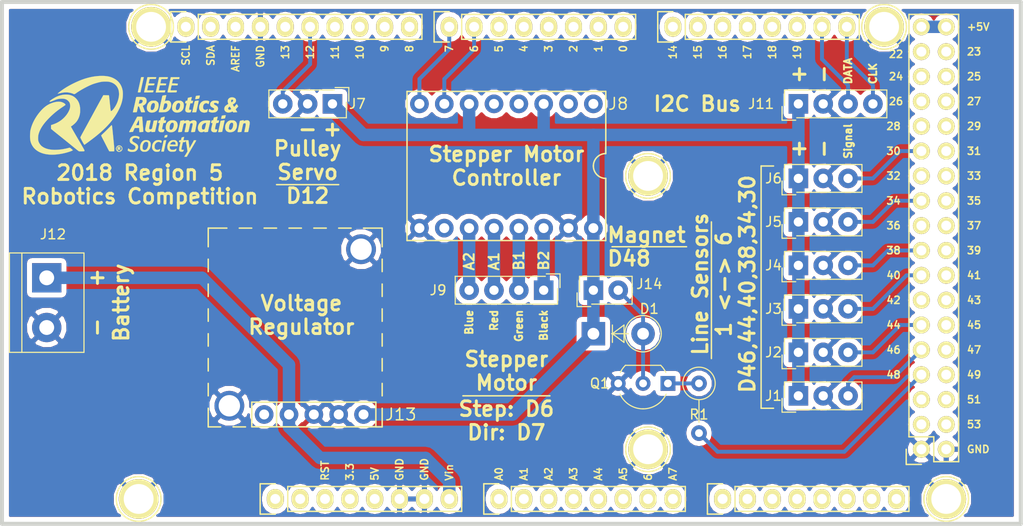
<source format=kicad_pcb>
(kicad_pcb (version 4) (host pcbnew 4.0.7)
  (title_block (date "mar. 31 mars 2015"))
  (layers (0 F.Cu signal) (31 B.Cu signal) (34 B.Paste user) (35 F.Paste user) (36 B.SilkS user) (37 F.SilkS user) (38 B.Mask user) (39 F.Mask user) (44 Edge.Cuts user))
  (net 0 "")
  (net 1 GND)
  (net 2 "/52(SCK)")
  (net 3 "/53(SS)")
  (net 4 "/50(MISO)")
  (net 5 "/51(MOSI)")
  (net 6 /48)
  (net 7 /49)
  (net 8 /46)
  (net 9 /47)
  (net 10 /44)
  (net 11 /45)
  (net 12 /42)
  (net 13 /43)
  (net 14 /40)
  (net 15 /41)
  (net 16 /38)
  (net 17 /39)
  (net 18 /36)
  (net 19 /37)
  (net 20 /34)
  (net 21 /35)
  (net 22 /32)
  (net 23 /33)
  (net 24 /30)
  (net 25 /31)
  (net 26 /28)
  (net 27 /29)
  (net 28 /26)
  (net 29 /27)
  (net 30 /24)
  (net 31 /25)
  (net 32 /22)
  (net 33 /23)
  (net 34 +5V)
  (net 35 /IOREF)
  (net 36 /Reset)
  (net 37 /A0)
  (net 38 /A1)
  (net 39 /A2)
  (net 40 /A3)
  (net 41 /A4)
  (net 42 /A5)
  (net 43 /A6)
  (net 44 /A7)
  (net 45 /A8)
  (net 46 /A9)
  (net 47 /A10)
  (net 48 /A11)
  (net 49 /A12)
  (net 50 /A13)
  (net 51 /A14)
  (net 52 /A15)
  (net 53 /SCL)
  (net 54 /SDA)
  (net 55 /AREF)
  (net 56 "/13(**)")
  (net 57 "/12(**)")
  (net 58 "/11(**)")
  (net 59 "/10(**)")
  (net 60 "/9(**)")
  (net 61 "/8(**)")
  (net 62 "/7(**)")
  (net 63 "/6(**)")
  (net 64 "/5(**)")
  (net 65 "/4(**)")
  (net 66 "/3(**)")
  (net 67 "/2(**)")
  (net 68 "/20(SDA)")
  (net 69 "/21(SCL)")
  (net 70 "Net-(P2-Pad1)")
  (net 71 +3V3)
  (net 72 "/1(Tx0)")
  (net 73 "/0(Rx0)")
  (net 74 "/14(Tx3)")
  (net 75 "/15(Rx3)")
  (net 76 "/16(Tx2)")
  (net 77 "/17(Rx2)")
  (net 78 "/18(Tx1)")
  (net 79 "/19(Rx1)")
  (net 80 "Net-(J8-Pad1)")
  (net 81 "Net-(J8-Pad2)")
  (net 82 "Net-(J8-Pad4)")
  (net 83 "Net-(J8-Pad5)")
  (net 84 "Net-(J8-Pad10)")
  (net 85 +BATT)
  (net 86 "Net-(J13-Pad1)")
  (net 87 /B+)
  (net 88 /B-)
  (net 89 /A-)
  (net 90 /A+)
  (net 91 +5VP)
  (net 92 "Net-(Q1-Pad1)")
  (net 93 "Net-(D1-Pad2)")
  (module Socket_Arduino_Mega:Socket_Strip_Arduino_2x18 (layer F.Cu) (at 197.358 114.046 90)
    (fp_text reference P1 hide)
    (fp_text value Digital)
    (pad 1 thru_hole circle (at 0 0 90) (size 1.7272 1.7272) (drill 1.016) (layers *.Cu *.Mask F.SilkS) (net 1 GND))
    (pad 2 thru_hole oval (at 0 2.54 90) (size 1.7272 1.7272) (drill 1.016) (layers *.Cu *.Mask F.SilkS) (net 1 GND))
    (pad 3 thru_hole oval (at 2.54 0 90) (size 1.7272 1.7272) (drill 1.016) (layers *.Cu *.Mask F.SilkS) (net 2 "/52(SCK)"))
    (pad 4 thru_hole oval (at 2.54 2.54 90) (size 1.7272 1.7272) (drill 1.016) (layers *.Cu *.Mask F.SilkS) (net 3 "/53(SS)"))
    (pad 5 thru_hole oval (at 5.08 0 90) (size 1.7272 1.7272) (drill 1.016) (layers *.Cu *.Mask F.SilkS) (net 4 "/50(MISO)"))
    (pad 6 thru_hole oval (at 5.08 2.54 90) (size 1.7272 1.7272) (drill 1.016) (layers *.Cu *.Mask F.SilkS) (net 5 "/51(MOSI)"))
    (pad 7 thru_hole oval (at 7.62 0 90) (size 1.7272 1.7272) (drill 1.016) (layers *.Cu *.Mask F.SilkS) (net 6 /48))
    (pad 8 thru_hole oval (at 7.62 2.54 90) (size 1.7272 1.7272) (drill 1.016) (layers *.Cu *.Mask F.SilkS) (net 7 /49))
    (pad 9 thru_hole oval (at 10.16 0 90) (size 1.7272 1.7272) (drill 1.016) (layers *.Cu *.Mask F.SilkS) (net 8 /46))
    (pad 10 thru_hole oval (at 10.16 2.54 90) (size 1.7272 1.7272) (drill 1.016) (layers *.Cu *.Mask F.SilkS) (net 9 /47))
    (pad 11 thru_hole oval (at 12.7 0 90) (size 1.7272 1.7272) (drill 1.016) (layers *.Cu *.Mask F.SilkS) (net 10 /44))
    (pad 12 thru_hole oval (at 12.7 2.54 90) (size 1.7272 1.7272) (drill 1.016) (layers *.Cu *.Mask F.SilkS) (net 11 /45))
    (pad 13 thru_hole oval (at 15.24 0 90) (size 1.7272 1.7272) (drill 1.016) (layers *.Cu *.Mask F.SilkS) (net 12 /42))
    (pad 14 thru_hole oval (at 15.24 2.54 90) (size 1.7272 1.7272) (drill 1.016) (layers *.Cu *.Mask F.SilkS) (net 13 /43))
    (pad 15 thru_hole oval (at 17.78 0 90) (size 1.7272 1.7272) (drill 1.016) (layers *.Cu *.Mask F.SilkS) (net 14 /40))
    (pad 16 thru_hole oval (at 17.78 2.54 90) (size 1.7272 1.7272) (drill 1.016) (layers *.Cu *.Mask F.SilkS) (net 15 /41))
    (pad 17 thru_hole oval (at 20.32 0 90) (size 1.7272 1.7272) (drill 1.016) (layers *.Cu *.Mask F.SilkS) (net 16 /38))
    (pad 18 thru_hole oval (at 20.32 2.54 90) (size 1.7272 1.7272) (drill 1.016) (layers *.Cu *.Mask F.SilkS) (net 17 /39))
    (pad 19 thru_hole oval (at 22.86 0 90) (size 1.7272 1.7272) (drill 1.016) (layers *.Cu *.Mask F.SilkS) (net 18 /36))
    (pad 20 thru_hole oval (at 22.86 2.54 90) (size 1.7272 1.7272) (drill 1.016) (layers *.Cu *.Mask F.SilkS) (net 19 /37))
    (pad 21 thru_hole oval (at 25.4 0 90) (size 1.7272 1.7272) (drill 1.016) (layers *.Cu *.Mask F.SilkS) (net 20 /34))
    (pad 22 thru_hole oval (at 25.4 2.54 90) (size 1.7272 1.7272) (drill 1.016) (layers *.Cu *.Mask F.SilkS) (net 21 /35))
    (pad 23 thru_hole oval (at 27.94 0 90) (size 1.7272 1.7272) (drill 1.016) (layers *.Cu *.Mask F.SilkS) (net 22 /32))
    (pad 24 thru_hole oval (at 27.94 2.54 90) (size 1.7272 1.7272) (drill 1.016) (layers *.Cu *.Mask F.SilkS) (net 23 /33))
    (pad 25 thru_hole oval (at 30.48 0 90) (size 1.7272 1.7272) (drill 1.016) (layers *.Cu *.Mask F.SilkS) (net 24 /30))
    (pad 26 thru_hole oval (at 30.48 2.54 90) (size 1.7272 1.7272) (drill 1.016) (layers *.Cu *.Mask F.SilkS) (net 25 /31))
    (pad 27 thru_hole oval (at 33.02 0 90) (size 1.7272 1.7272) (drill 1.016) (layers *.Cu *.Mask F.SilkS) (net 26 /28))
    (pad 28 thru_hole oval (at 33.02 2.54 90) (size 1.7272 1.7272) (drill 1.016) (layers *.Cu *.Mask F.SilkS) (net 27 /29))
    (pad 29 thru_hole oval (at 35.56 0 90) (size 1.7272 1.7272) (drill 1.016) (layers *.Cu *.Mask F.SilkS) (net 28 /26))
    (pad 30 thru_hole oval (at 35.56 2.54 90) (size 1.7272 1.7272) (drill 1.016) (layers *.Cu *.Mask F.SilkS) (net 29 /27))
    (pad 31 thru_hole oval (at 38.1 0 90) (size 1.7272 1.7272) (drill 1.016) (layers *.Cu *.Mask F.SilkS) (net 30 /24))
    (pad 32 thru_hole oval (at 38.1 2.54 90) (size 1.7272 1.7272) (drill 1.016) (layers *.Cu *.Mask F.SilkS) (net 31 /25))
    (pad 33 thru_hole oval (at 40.64 0 90) (size 1.7272 1.7272) (drill 1.016) (layers *.Cu *.Mask F.SilkS) (net 32 /22))
    (pad 34 thru_hole oval (at 40.64 2.54 90) (size 1.7272 1.7272) (drill 1.016) (layers *.Cu *.Mask F.SilkS) (net 33 /23))
    (pad 35 thru_hole oval (at 43.18 0 90) (size 1.7272 1.7272) (drill 1.016) (layers *.Cu *.Mask F.SilkS) (net 91 +5VP))
    (pad 36 thru_hole oval (at 43.18 2.54 90) (size 1.7272 1.7272) (drill 1.016) (layers *.Cu *.Mask F.SilkS) (net 91 +5VP))
  )
  (module Socket_Arduino_Mega:Socket_Strip_Arduino_1x08 (layer F.Cu) (at 131.318 119.126)
    (fp_text reference P2 hide)
    (fp_text value Power)
    (pad 1 thru_hole oval (at 0 0) (size 1.7272 2.032) (drill 1.016) (layers *.Cu *.Mask F.SilkS) (net 70 "Net-(P2-Pad1)"))
    (pad 2 thru_hole oval (at 2.54 0) (size 1.7272 2.032) (drill 1.016) (layers *.Cu *.Mask F.SilkS) (net 35 /IOREF))
    (pad 3 thru_hole oval (at 5.08 0) (size 1.7272 2.032) (drill 1.016) (layers *.Cu *.Mask F.SilkS) (net 36 /Reset))
    (pad 4 thru_hole oval (at 7.62 0) (size 1.7272 2.032) (drill 1.016) (layers *.Cu *.Mask F.SilkS) (net 71 +3V3))
    (pad 5 thru_hole oval (at 10.16 0) (size 1.7272 2.032) (drill 1.016) (layers *.Cu *.Mask F.SilkS) (net 91 +5VP))
    (pad 6 thru_hole oval (at 12.7 0) (size 1.7272 2.032) (drill 1.016) (layers *.Cu *.Mask F.SilkS) (net 1 GND))
    (pad 7 thru_hole oval (at 15.24 0) (size 1.7272 2.032) (drill 1.016) (layers *.Cu *.Mask F.SilkS) (net 1 GND))
    (pad 8 thru_hole oval (at 17.78 0) (size 1.7272 2.032) (drill 1.016) (layers *.Cu *.Mask F.SilkS) (net 85 +BATT))
  )
  (module Socket_Arduino_Mega:Socket_Strip_Arduino_1x08 (layer F.Cu) (at 154.178 119.126)
    (fp_text reference P3 hide)
    (fp_text value Analog)
    (pad 1 thru_hole oval (at 0 0) (size 1.7272 2.032) (drill 1.016) (layers *.Cu *.Mask F.SilkS) (net 37 /A0))
    (pad 2 thru_hole oval (at 2.54 0) (size 1.7272 2.032) (drill 1.016) (layers *.Cu *.Mask F.SilkS) (net 38 /A1))
    (pad 3 thru_hole oval (at 5.08 0) (size 1.7272 2.032) (drill 1.016) (layers *.Cu *.Mask F.SilkS) (net 39 /A2))
    (pad 4 thru_hole oval (at 7.62 0) (size 1.7272 2.032) (drill 1.016) (layers *.Cu *.Mask F.SilkS) (net 40 /A3))
    (pad 5 thru_hole oval (at 10.16 0) (size 1.7272 2.032) (drill 1.016) (layers *.Cu *.Mask F.SilkS) (net 41 /A4))
    (pad 6 thru_hole oval (at 12.7 0) (size 1.7272 2.032) (drill 1.016) (layers *.Cu *.Mask F.SilkS) (net 42 /A5))
    (pad 7 thru_hole oval (at 15.24 0) (size 1.7272 2.032) (drill 1.016) (layers *.Cu *.Mask F.SilkS) (net 43 /A6))
    (pad 8 thru_hole oval (at 17.78 0) (size 1.7272 2.032) (drill 1.016) (layers *.Cu *.Mask F.SilkS) (net 44 /A7))
  )
  (module Socket_Arduino_Mega:Socket_Strip_Arduino_1x08 (layer F.Cu) (at 177.038 119.126)
    (fp_text reference P4 hide)
    (fp_text value Analog)
    (pad 1 thru_hole oval (at 0 0) (size 1.7272 2.032) (drill 1.016) (layers *.Cu *.Mask F.SilkS) (net 45 /A8))
    (pad 2 thru_hole oval (at 2.54 0) (size 1.7272 2.032) (drill 1.016) (layers *.Cu *.Mask F.SilkS) (net 46 /A9))
    (pad 3 thru_hole oval (at 5.08 0) (size 1.7272 2.032) (drill 1.016) (layers *.Cu *.Mask F.SilkS) (net 47 /A10))
    (pad 4 thru_hole oval (at 7.62 0) (size 1.7272 2.032) (drill 1.016) (layers *.Cu *.Mask F.SilkS) (net 48 /A11))
    (pad 5 thru_hole oval (at 10.16 0) (size 1.7272 2.032) (drill 1.016) (layers *.Cu *.Mask F.SilkS) (net 49 /A12))
    (pad 6 thru_hole oval (at 12.7 0) (size 1.7272 2.032) (drill 1.016) (layers *.Cu *.Mask F.SilkS) (net 50 /A13))
    (pad 7 thru_hole oval (at 15.24 0) (size 1.7272 2.032) (drill 1.016) (layers *.Cu *.Mask F.SilkS) (net 51 /A14))
    (pad 8 thru_hole oval (at 17.78 0) (size 1.7272 2.032) (drill 1.016) (layers *.Cu *.Mask F.SilkS) (net 52 /A15))
  )
  (module Socket_Arduino_Mega:Socket_Strip_Arduino_1x10 (layer F.Cu) (at 122.174 70.866)
    (fp_text reference P5 hide)
    (fp_text value PWM)
    (pad 1 thru_hole oval (at 0 0) (size 1.7272 2.032) (drill 1.016) (layers *.Cu *.Mask F.SilkS) (net 53 /SCL))
    (pad 2 thru_hole oval (at 2.54 0) (size 1.7272 2.032) (drill 1.016) (layers *.Cu *.Mask F.SilkS) (net 54 /SDA))
    (pad 3 thru_hole oval (at 5.08 0) (size 1.7272 2.032) (drill 1.016) (layers *.Cu *.Mask F.SilkS) (net 55 /AREF))
    (pad 4 thru_hole oval (at 7.62 0) (size 1.7272 2.032) (drill 1.016) (layers *.Cu *.Mask F.SilkS) (net 1 GND))
    (pad 5 thru_hole oval (at 10.16 0) (size 1.7272 2.032) (drill 1.016) (layers *.Cu *.Mask F.SilkS) (net 56 "/13(**)"))
    (pad 6 thru_hole oval (at 12.7 0) (size 1.7272 2.032) (drill 1.016) (layers *.Cu *.Mask F.SilkS) (net 57 "/12(**)"))
    (pad 7 thru_hole oval (at 15.24 0) (size 1.7272 2.032) (drill 1.016) (layers *.Cu *.Mask F.SilkS) (net 58 "/11(**)"))
    (pad 8 thru_hole oval (at 17.78 0) (size 1.7272 2.032) (drill 1.016) (layers *.Cu *.Mask F.SilkS) (net 59 "/10(**)"))
    (pad 9 thru_hole oval (at 20.32 0) (size 1.7272 2.032) (drill 1.016) (layers *.Cu *.Mask F.SilkS) (net 60 "/9(**)"))
    (pad 10 thru_hole oval (at 22.86 0) (size 1.7272 2.032) (drill 1.016) (layers *.Cu *.Mask F.SilkS) (net 61 "/8(**)"))
  )
  (module Socket_Arduino_Mega:Socket_Strip_Arduino_1x08 (layer F.Cu) (at 149.098 70.866)
    (fp_text reference P6 hide)
    (fp_text value PWM)
    (pad 1 thru_hole oval (at 0 0) (size 1.7272 2.032) (drill 1.016) (layers *.Cu *.Mask F.SilkS) (net 62 "/7(**)"))
    (pad 2 thru_hole oval (at 2.54 0) (size 1.7272 2.032) (drill 1.016) (layers *.Cu *.Mask F.SilkS) (net 63 "/6(**)"))
    (pad 3 thru_hole oval (at 5.08 0) (size 1.7272 2.032) (drill 1.016) (layers *.Cu *.Mask F.SilkS) (net 64 "/5(**)"))
    (pad 4 thru_hole oval (at 7.62 0) (size 1.7272 2.032) (drill 1.016) (layers *.Cu *.Mask F.SilkS) (net 65 "/4(**)"))
    (pad 5 thru_hole oval (at 10.16 0) (size 1.7272 2.032) (drill 1.016) (layers *.Cu *.Mask F.SilkS) (net 66 "/3(**)"))
    (pad 6 thru_hole oval (at 12.7 0) (size 1.7272 2.032) (drill 1.016) (layers *.Cu *.Mask F.SilkS) (net 67 "/2(**)"))
    (pad 7 thru_hole oval (at 15.24 0) (size 1.7272 2.032) (drill 1.016) (layers *.Cu *.Mask F.SilkS) (net 72 "/1(Tx0)"))
    (pad 8 thru_hole oval (at 17.78 0) (size 1.7272 2.032) (drill 1.016) (layers *.Cu *.Mask F.SilkS) (net 73 "/0(Rx0)"))
  )
  (module Socket_Arduino_Mega:Socket_Strip_Arduino_1x08 (layer F.Cu) (at 171.958 70.866)
    (fp_text reference P7 hide)
    (fp_text value Communication)
    (pad 1 thru_hole oval (at 0 0) (size 1.7272 2.032) (drill 1.016) (layers *.Cu *.Mask F.SilkS) (net 74 "/14(Tx3)"))
    (pad 2 thru_hole oval (at 2.54 0) (size 1.7272 2.032) (drill 1.016) (layers *.Cu *.Mask F.SilkS) (net 75 "/15(Rx3)"))
    (pad 3 thru_hole oval (at 5.08 0) (size 1.7272 2.032) (drill 1.016) (layers *.Cu *.Mask F.SilkS) (net 76 "/16(Tx2)"))
    (pad 4 thru_hole oval (at 7.62 0) (size 1.7272 2.032) (drill 1.016) (layers *.Cu *.Mask F.SilkS) (net 77 "/17(Rx2)"))
    (pad 5 thru_hole oval (at 10.16 0) (size 1.7272 2.032) (drill 1.016) (layers *.Cu *.Mask F.SilkS) (net 78 "/18(Tx1)"))
    (pad 6 thru_hole oval (at 12.7 0) (size 1.7272 2.032) (drill 1.016) (layers *.Cu *.Mask F.SilkS) (net 79 "/19(Rx1)"))
    (pad 7 thru_hole oval (at 15.24 0) (size 1.7272 2.032) (drill 1.016) (layers *.Cu *.Mask F.SilkS) (net 68 "/20(SDA)"))
    (pad 8 thru_hole oval (at 17.78 0) (size 1.7272 2.032) (drill 1.016) (layers *.Cu *.Mask F.SilkS) (net 69 "/21(SCL)"))
  )
  (module Socket_Arduino_Mega:Arduino_1pin (layer F.Cu) (at 117.348 119.126)
    (fp_text reference P8 hide)
    (fp_text value CONN_01X01 hide)
    (pad 1 thru_hole circle (at 0 0) (size 4.064 4.064) (drill 3.048) (layers *.Cu *.Mask F.SilkS) (net 1 GND))
  )
  (module Socket_Arduino_Mega:Arduino_1pin (layer F.Cu) (at 169.418 114.046)
    (fp_text reference P9 hide)
    (fp_text value CONN_01X01 hide)
    (pad 1 thru_hole circle (at 0 0) (size 4.064 4.064) (drill 3.048) (layers *.Cu *.Mask F.SilkS) (net 1 GND))
  )
  (module Socket_Arduino_Mega:Arduino_1pin (layer F.Cu) (at 199.898 119.126)
    (fp_text reference P10 hide)
    (fp_text value CONN_01X01 hide)
    (pad 1 thru_hole circle (at 0 0) (size 4.064 4.064) (drill 3.048) (layers *.Cu *.Mask F.SilkS) (net 1 GND))
  )
  (module Socket_Arduino_Mega:Arduino_1pin (layer F.Cu) (at 118.618 70.866)
    (fp_text reference P11 hide)
    (fp_text value CONN_01X01 hide)
    (pad 1 thru_hole circle (at 0 0) (size 4.064 4.064) (drill 3.048) (layers *.Cu *.Mask F.SilkS) (net 1 GND))
  )
  (module Socket_Arduino_Mega:Arduino_1pin (layer F.Cu) (at 169.418 86.106)
    (fp_text reference P12 hide)
    (fp_text value CONN_01X01 hide)
    (pad 1 thru_hole circle (at 0 0) (size 4.064 4.064) (drill 3.048) (layers *.Cu *.Mask F.SilkS) (net 1 GND))
  )
  (module Socket_Arduino_Mega:Arduino_1pin (layer F.Cu) (at 193.548 70.866)
    (fp_text reference P13 hide)
    (fp_text value CONN_01X01 hide)
    (pad 1 thru_hole circle (at 0 0) (size 4.064 4.064) (drill 3.048) (layers *.Cu *.Mask F.SilkS) (net 1 GND))
  )
  (module Connectors_Samtec:SL-103-X-XX_1x03 (layer F.Cu) (at 184.785 108.585 90)
    (fp_text reference J1 (at 0 -2.54 180) (layer F.SilkS))
    (fp_text value "Line Sensor 1")
    (pad 1 thru_hole rect (at 0 0 90) (size 2 2) (drill 0.95) (layers *.Cu *.Mask) (net 34 +5V))
    (pad 2 thru_hole circle (at 0 2.54 90) (size 2 2) (drill 0.95) (layers *.Cu *.Mask) (net 1 GND))
    (pad 3 thru_hole circle (at 0 5.08 90) (size 2 2) (drill 0.95) (layers *.Cu *.Mask) (net 8 /46))
  )
  (module Connectors_Samtec:SL-103-X-XX_1x03 (layer F.Cu) (at 184.785 104.14 90)
    (fp_text reference J2 (at 0 -2.54 180) (layer F.SilkS))
    (fp_text value "Line Sensor 2")
    (pad 1 thru_hole rect (at 0 0 90) (size 2 2) (drill 0.95) (layers *.Cu *.Mask) (net 34 +5V))
    (pad 2 thru_hole circle (at 0 2.54 90) (size 2 2) (drill 0.95) (layers *.Cu *.Mask) (net 1 GND))
    (pad 3 thru_hole circle (at 0 5.08 90) (size 2 2) (drill 0.95) (layers *.Cu *.Mask) (net 10 /44))
  )
  (module Connectors_Samtec:SL-103-X-XX_1x03 (layer F.Cu) (at 184.785 99.695 90)
    (fp_text reference J3 (at 0 -2.54 180) (layer F.SilkS))
    (fp_text value "Line Sensor 3")
    (pad 1 thru_hole rect (at 0 0 90) (size 2 2) (drill 0.95) (layers *.Cu *.Mask) (net 34 +5V))
    (pad 2 thru_hole circle (at 0 2.54 90) (size 2 2) (drill 0.95) (layers *.Cu *.Mask) (net 1 GND))
    (pad 3 thru_hole circle (at 0 5.08 90) (size 2 2) (drill 0.95) (layers *.Cu *.Mask) (net 14 /40))
  )
  (module Connectors_Samtec:SL-103-X-XX_1x03 (layer F.Cu) (at 184.785 95.25 90)
    (fp_text reference J4 (at 0 -2.54 180) (layer F.SilkS))
    (fp_text value "Line Sensor 4")
    (pad 1 thru_hole rect (at 0 0 90) (size 2 2) (drill 0.95) (layers *.Cu *.Mask) (net 34 +5V))
    (pad 2 thru_hole circle (at 0 2.54 90) (size 2 2) (drill 0.95) (layers *.Cu *.Mask) (net 1 GND))
    (pad 3 thru_hole circle (at 0 5.08 90) (size 2 2) (drill 0.95) (layers *.Cu *.Mask) (net 16 /38))
  )
  (module Connectors_Samtec:SL-103-X-XX_1x03 (layer F.Cu) (at 184.785 90.805 90)
    (fp_text reference J5 (at 0 -2.54 180) (layer F.SilkS))
    (fp_text value "Line Sensor 5")
    (pad 1 thru_hole rect (at 0 0 90) (size 2 2) (drill 0.95) (layers *.Cu *.Mask) (net 34 +5V))
    (pad 2 thru_hole circle (at 0 2.54 90) (size 2 2) (drill 0.95) (layers *.Cu *.Mask) (net 1 GND))
    (pad 3 thru_hole circle (at 0 5.08 90) (size 2 2) (drill 0.95) (layers *.Cu *.Mask) (net 20 /34))
  )
  (module Connectors_Samtec:SL-103-X-XX_1x03 (layer F.Cu) (at 184.785 86.36 90)
    (fp_text reference J6 (at 0 -2.54 180) (layer F.SilkS))
    (fp_text value "Line Sensor 6")
    (pad 1 thru_hole rect (at 0 0 90) (size 2 2) (drill 0.95) (layers *.Cu *.Mask) (net 34 +5V))
    (pad 2 thru_hole circle (at 0 2.54 90) (size 2 2) (drill 0.95) (layers *.Cu *.Mask) (net 1 GND))
    (pad 3 thru_hole circle (at 0 5.08 90) (size 2 2) (drill 0.95) (layers *.Cu *.Mask) (net 24 /30))
  )
  (module Connectors_Samtec:SL-103-X-XX_1x03 (layer F.Cu) (at 137.16 78.74 270)
    (fp_text reference J7 (at 0 -2.54 360) (layer F.SilkS))
    (fp_text value Servo)
    (pad 1 thru_hole rect (at 0 0 270) (size 2 2) (drill 0.95) (layers *.Cu *.Mask) (net 34 +5V))
    (pad 2 thru_hole circle (at 0 2.54 270) (size 2 2) (drill 0.95) (layers *.Cu *.Mask) (net 1 GND))
    (pad 3 thru_hole circle (at 0 5.08 270) (size 2 2) (drill 0.95) (layers *.Cu *.Mask) (net 57 "/12(**)"))
  )
  (module Connectors_Samtec:SL-104-X-XX_1x04 (layer F.Cu) (at 158.75 97.79 270)
    (fp_text reference J9 (at 0 10.795 360) (layer F.SilkS))
    (fp_text value "Stepper Motor")
    (pad 1 thru_hole rect (at 0 0 270) (size 2 2) (drill 0.95) (layers *.Cu *.Mask) (net 87 /B+))
    (pad 2 thru_hole circle (at 0 2.54 270) (size 2 2) (drill 0.95) (layers *.Cu *.Mask) (net 88 /B-))
    (pad 3 thru_hole circle (at 0 5.08 270) (size 2 2) (drill 0.95) (layers *.Cu *.Mask) (net 89 /A-))
    (pad 4 thru_hole circle (at 0 7.62 270) (size 2 2) (drill 0.95) (layers *.Cu *.Mask) (net 90 /A+))
  )
  (module Connectors_Samtec:SL-104-X-XX_1x04 (layer F.Cu) (at 184.785 78.74 90)
    (fp_text reference J11 (at 0 -3.81 180) (layer F.SilkS))
    (fp_text value "I2C Bus")
    (pad 1 thru_hole rect (at 0 0 90) (size 2 2) (drill 0.95) (layers *.Cu *.Mask) (net 34 +5V))
    (pad 2 thru_hole circle (at 0 2.54 90) (size 2 2) (drill 0.95) (layers *.Cu *.Mask) (net 1 GND))
    (pad 3 thru_hole circle (at 0 5.08 90) (size 2 2) (drill 0.95) (layers *.Cu *.Mask) (net 68 "/20(SDA)"))
    (pad 4 thru_hole circle (at 0 7.62 90) (size 2 2) (drill 0.95) (layers *.Cu *.Mask) (net 69 "/21(SCL)"))
  )
  (module Connectors_Terminal_Blocks:TerminalBlock_bornier-2_P5.08mm (layer F.Cu) (at 107.95 96.52 270)
    (fp_text reference J12 (at -4.445 -0.635 360) (layer F.SilkS))
    (fp_text value Battery)
    (pad 1 thru_hole rect (at 0 0 270) (size 3 3) (drill 1.52) (layers *.Cu *.Mask) (net 85 +BATT))
    (pad 2 thru_hole circle (at 5.08 0 270) (size 3 3) (drill 1.52) (layers *.Cu *.Mask) (net 1 GND))
  )
  (module Connectors_Samtec:SL-102-X-XX_1x02 (layer F.Cu) (at 163.83 97.79 90)
    (fp_text reference J14 (at 0.635 5.715 180) (layer F.SilkS))
    (fp_text value Magnet)
    (pad 1 thru_hole rect (at 0 0 90) (size 2 2) (drill 0.95) (layers *.Cu *.Mask) (net 34 +5V))
    (pad 2 thru_hole circle (at 0 2.54 90) (size 2 2) (drill 0.95) (layers *.Cu *.Mask) (net 93 "Net-(D1-Pad2)"))
  )
  (module Pololu:Pololu_DRV8834 (layer F.Cu) (at 154.94 85.09 180)
    (fp_text reference J8 (at -11.43 6.35 180) (layer F.SilkS) (effects (font (size 1.2 1.2))))
    (fp_text value Pololu_DRV8834)
    (pad 16 thru_hole circle (at -8.89 -6.35 180) (size 1.905 1.905) (drill 1.016) (layers *.Cu *.Mask) (net 34 +5V))
    (pad 1 thru_hole circle (at -8.89 6.35 180) (size 1.905 1.905) (drill 1.016) (layers *.Cu *.Mask) (net 80 "Net-(J8-Pad1)"))
    (pad 15 thru_hole circle (at -6.35 -6.35 180) (size 1.905 1.905) (drill 1.016) (layers *.Cu *.Mask) (net 1 GND))
    (pad 2 thru_hole circle (at -6.35 6.35 180) (size 1.905 1.905) (drill 1.016) (layers *.Cu *.Mask) (net 81 "Net-(J8-Pad2)"))
    (pad 14 thru_hole circle (at -3.81 -6.35 180) (size 1.905 1.905) (drill 1.016) (layers *.Cu *.Mask) (net 87 /B+))
    (pad 3 thru_hole circle (at -3.81 6.35 180) (size 1.905 1.905) (drill 1.016) (layers *.Cu *.Mask) (net 34 +5V))
    (pad 13 thru_hole circle (at -1.27 -6.35 180) (size 1.905 1.905) (drill 1.016) (layers *.Cu *.Mask) (net 88 /B-))
    (pad 4 thru_hole circle (at -1.27 6.35 180) (size 1.905 1.905) (drill 1.016) (layers *.Cu *.Mask) (net 82 "Net-(J8-Pad4)"))
    (pad 12 thru_hole circle (at 1.27 -6.35 180) (size 1.905 1.905) (drill 1.016) (layers *.Cu *.Mask) (net 89 /A-))
    (pad 5 thru_hole circle (at 1.27 6.35 180) (size 1.905 1.905) (drill 1.016) (layers *.Cu *.Mask) (net 83 "Net-(J8-Pad5)"))
    (pad 11 thru_hole circle (at 3.81 -6.35 180) (size 1.905 1.905) (drill 1.016) (layers *.Cu *.Mask) (net 90 /A+))
    (pad 6 thru_hole circle (at 3.81 6.35 180) (size 1.905 1.905) (drill 1.016) (layers *.Cu *.Mask) (net 34 +5V))
    (pad 10 thru_hole circle (at 6.35 -6.35 180) (size 1.905 1.905) (drill 1.016) (layers *.Cu *.Mask) (net 84 "Net-(J8-Pad10)"))
    (pad 7 thru_hole circle (at 6.35 6.35 180) (size 1.905 1.905) (drill 1.016) (layers *.Cu *.Mask) (net 63 "/6(**)"))
    (pad 9 thru_hole circle (at 8.89 -6.35 180) (size 1.905 1.905) (drill 1.016) (layers *.Cu *.Mask) (net 1 GND))
    (pad 8 thru_hole circle (at 8.89 6.35 180) (size 1.905 1.905) (drill 1.016) (layers *.Cu *.Mask) (net 62 "/7(**)"))
  )
  (module Pololu:Pololu_D24V50F5 (layer F.Cu) (at 130.175 110.49)
    (fp_text reference J13 (at 13.97 0) (layer F.SilkS) (effects (font (size 1.2 1.2))))
    (fp_text value Pololu_D24V50F5)
    (pad 1 thru_hole circle (at 0 0) (size 1.905 1.905) (drill 1.016) (layers *.Cu *.Mask) (net 86 "Net-(J13-Pad1)"))
    (pad 2 thru_hole circle (at 2.54 0) (size 1.905 1.905) (drill 1.016) (layers *.Cu *.Mask) (net 85 +BATT))
    (pad 3 thru_hole circle (at 5.08 0) (size 1.905 1.905) (drill 1.016) (layers *.Cu *.Mask) (net 1 GND))
    (pad 4 thru_hole circle (at 7.62 0) (size 1.905 1.905) (drill 1.016) (layers *.Cu *.Mask) (net 1 GND))
    (pad 5 thru_hole circle (at 10.16 0) (size 1.905 1.905) (drill 1.016) (layers *.Cu *.Mask) (net 34 +5V))
    (pad "" thru_hole circle (at -3.556 -0.889) (size 3.048 3.048) (drill 2.1844) (layers *.Cu *.Mask) (net 1 GND))
    (pad "" thru_hole circle (at 9.906 -16.891) (size 3.048 3.048) (drill 2.1844) (layers *.Cu *.Mask) (net 1 GND))
  )
  (module RAS:Logo (layer F.Cu) (at 117.475 80.01)
    (fp_text reference G*** hide)
    (fp_text value LOGO hide)
  )
  (module Resistors_THT:R_Axial_DIN0309_L9.0mm_D3.2mm_P5.08mm_Vertical (layer F.Cu) (at 174.625 107.315 270)
    (fp_text reference R1 (at 3.175 0 360) (layer F.SilkS))
    (fp_text value R)
    (pad 1 thru_hole circle (at 0 0 270) (size 1.6 1.6) (drill 0.8) (layers *.Cu *.Mask) (net 92 "Net-(Q1-Pad1)"))
    (pad 2 thru_hole oval (at 5.08 0 270) (size 1.6 1.6) (drill 0.8) (layers *.Cu *.Mask) (net 6 /48))
  )
  (module Diodes_THT:D_DO-15_P5.08mm_Vertical_KathodeUp (layer F.Cu) (at 163.83 102.235)
    (fp_text reference D1 (at 5.715 -2.54) (layer F.SilkS))
    (fp_text value D)
    (pad 1 thru_hole rect (at 0 0) (size 2.4 2.4) (drill 1.2) (layers *.Cu *.Mask) (net 34 +5V))
    (pad 2 thru_hole oval (at 5.08 0) (size 2.4 2.4) (drill 1.2) (layers *.Cu *.Mask) (net 93 "Net-(D1-Pad2)"))
  )
  (module TO_SOT_Packages_THT:TO-92_Inline_Wide (layer F.Cu) (at 171.45 107.315 180)
    (fp_text reference Q1 (at 6.985 0 360) (layer F.SilkS))
    (fp_text value Q_NPN_BCE)
    (pad 2 thru_hole circle (at 2.54 0 270) (size 1.52 1.52) (drill 0.8) (layers *.Cu *.Mask) (net 93 "Net-(D1-Pad2)"))
    (pad 3 thru_hole circle (at 5.08 0 270) (size 1.52 1.52) (drill 0.8) (layers *.Cu *.Mask) (net 1 GND))
    (pad 1 thru_hole rect (at 0 0 270) (size 1.52 1.52) (drill 0.8) (layers *.Cu *.Mask) (net 92 "Net-(Q1-Pad1)"))
  )
  (gr_line (start 207.518 68.326) (end 207.518 121.666) (angle 90) (layer Edge.Cuts) (width 0.4064))
  (gr_text 8 (at 145.034 72.644 90) (layer F.SilkS) (effects (font (size 0.75 0.75)) (justify right)))
  (gr_text Blue (at 151.13 99.695 90) (layer F.SilkS) (effects (font (size 0.762 0.762) (thickness 0.1905)) (justify right)))
  (gr_text 43 (at 201.93 98.806) (layer F.SilkS) (effects (font (size 0.75 0.75)) (justify left)))
  (gr_text 39 (at 201.93 93.726) (layer F.SilkS) (effects (font (size 0.75 0.75)) (justify left)))
  (gr_text 44 (at 195.326 101.346) (layer F.SilkS) (effects (font (size 0.75 0.75)) (justify right)))
  (gr_text "2018 Region 5\nRobotics Competition" (at 117.475 86.995) (layer F.SilkS) (effects (font (size 1.5 1.5) (thickness 0.3))))
  (gr_text 22 (at 195.58 73.66) (layer F.SilkS) (effects (font (size 0.75 0.75)) (justify right)))
  (gr_text SCL (at 122.174 72.644 90) (layer F.SilkS) (effects (font (size 0.75 0.75)) (justify right)))
  (gr_text SDA (at 124.714 72.644 90) (layer F.SilkS) (effects (font (size 0.75 0.75)) (justify right)))
  (gr_text AREF (at 127.254 72.644 90) (layer F.SilkS) (effects (font (size 0.75 0.75)) (justify right)))
  (gr_text GND (at 129.794 72.644 90) (layer F.SilkS) (effects (font (size 0.75 0.75)) (justify right)))
  (gr_text 13 (at 132.334 72.644 90) (layer F.SilkS) (effects (font (size 0.75 0.75)) (justify right)))
  (gr_text 12 (at 134.874 72.644 90) (layer F.SilkS) (effects (font (size 0.75 0.75)) (justify right)))
  (gr_text 11 (at 137.414 72.644 90) (layer F.SilkS) (effects (font (size 0.75 0.75)) (justify right)))
  (gr_text 10 (at 139.954 72.644 90) (layer F.SilkS) (effects (font (size 0.75 0.75)) (justify right)))
  (gr_text 9 (at 142.494 72.644 90) (layer F.SilkS) (effects (font (size 0.75 0.75)) (justify right)))
  (gr_text 7 (at 149.098 72.644 90) (layer F.SilkS) (effects (font (size 0.75 0.75)) (justify right)))
  (gr_text 6 (at 151.638 72.644 90) (layer F.SilkS) (effects (font (size 0.75 0.75)) (justify right)))
  (gr_text 5 (at 154.178 72.644 90) (layer F.SilkS) (effects (font (size 0.75 0.75)) (justify right)))
  (gr_text 4 (at 156.718 72.644 90) (layer F.SilkS) (effects (font (size 0.75 0.75)) (justify right)))
  (gr_text 3 (at 159.258 72.644 90) (layer F.SilkS) (effects (font (size 0.75 0.75)) (justify right)))
  (gr_text 2 (at 161.798 72.644 90) (layer F.SilkS) (effects (font (size 0.75 0.75)) (justify right)))
  (gr_text 1 (at 164.338 72.644 90) (layer F.SilkS) (effects (font (size 0.75 0.75)) (justify right)))
  (gr_text 0 (at 166.878 72.644 90) (layer F.SilkS) (effects (font (size 0.75 0.75)) (justify right)))
  (gr_text 14 (at 171.958 72.644 90) (layer F.SilkS) (effects (font (size 0.75 0.75)) (justify right)))
  (gr_text 15 (at 174.498 72.644 90) (layer F.SilkS) (effects (font (size 0.75 0.75)) (justify right)))
  (gr_text 16 (at 177.038 72.644 90) (layer F.SilkS) (effects (font (size 0.75 0.75)) (justify right)))
  (gr_text 17 (at 179.578 72.644 90) (layer F.SilkS) (effects (font (size 0.75 0.75)) (justify right)))
  (gr_text 18 (at 182.118 72.644 90) (layer F.SilkS) (effects (font (size 0.75 0.75)) (justify right)))
  (gr_text +5V (at 201.93 70.866) (layer F.SilkS) (effects (font (size 0.75 0.75)) (justify left)))
  (gr_text 23 (at 201.93 73.406) (layer F.SilkS) (effects (font (size 0.75 0.75)) (justify left)))
  (gr_text 25 (at 201.93 75.946) (layer F.SilkS) (effects (font (size 0.75 0.75)) (justify left)))
  (gr_text 27 (at 201.93 78.486) (layer F.SilkS) (effects (font (size 0.75 0.75)) (justify left)))
  (gr_text 29 (at 201.93 81.026) (layer F.SilkS) (effects (font (size 0.75 0.75)) (justify left)))
  (gr_text 31 (at 201.93 83.566) (layer F.SilkS) (effects (font (size 0.75 0.75)) (justify left)))
  (gr_text 33 (at 201.93 86.106) (layer F.SilkS) (effects (font (size 0.75 0.75)) (justify left)))
  (gr_text 35 (at 201.93 88.646) (layer F.SilkS) (effects (font (size 0.75 0.75)) (justify left)))
  (gr_text 37 (at 201.93 91.186) (layer F.SilkS) (effects (font (size 0.75 0.75)) (justify left)))
  (gr_text 41 (at 201.93 96.266) (layer F.SilkS) (effects (font (size 0.75 0.75)) (justify left)))
  (gr_text 45 (at 201.93 101.346) (layer F.SilkS) (effects (font (size 0.75 0.75)) (justify left)))
  (gr_text 47 (at 201.93 103.886) (layer F.SilkS) (effects (font (size 0.75 0.75)) (justify left)))
  (gr_text 49 (at 201.93 106.426) (layer F.SilkS) (effects (font (size 0.75 0.75)) (justify left)))
  (gr_text 51 (at 201.93 108.966) (layer F.SilkS) (effects (font (size 0.75 0.75)) (justify left)))
  (gr_text 53 (at 201.93 111.506) (layer F.SilkS) (effects (font (size 0.75 0.75)) (justify left)))
  (gr_text 19 (at 184.658 72.644 90) (layer F.SilkS) (effects (font (size 0.75 0.75)) (justify right)))
  (gr_text 24 (at 195.58 75.946) (layer F.SilkS) (effects (font (size 0.75 0.75)) (justify right)))
  (gr_text 26 (at 195.58 78.486) (layer F.SilkS) (effects (font (size 0.75 0.75)) (justify right)))
  (gr_text 28 (at 195.326 81.026) (layer F.SilkS) (effects (font (size 0.75 0.75)) (justify right)))
  (gr_text 30 (at 195.326 83.566) (layer F.SilkS) (effects (font (size 0.75 0.75)) (justify right)))
  (gr_text 32 (at 195.326 86.106) (layer F.SilkS) (effects (font (size 0.75 0.75)) (justify right)))
  (gr_text 34 (at 195.326 88.646) (layer F.SilkS) (effects (font (size 0.75 0.75)) (justify right)))
  (gr_text 36 (at 195.326 91.186) (layer F.SilkS) (effects (font (size 0.75 0.75)) (justify right)))
  (gr_text 38 (at 195.326 93.726) (layer F.SilkS) (effects (font (size 0.75 0.75)) (justify right)))
  (gr_text GND (at 201.93 114.046) (layer F.SilkS) (effects (font (size 0.75 0.75)) (justify left)))
  (gr_text 40 (at 195.326 96.266) (layer F.SilkS) (effects (font (size 0.75 0.75)) (justify right)))
  (gr_text 42 (at 195.326 98.806) (layer F.SilkS) (effects (font (size 0.75 0.75)) (justify right)))
  (gr_text 46 (at 195.326 103.886) (layer F.SilkS) (effects (font (size 0.75 0.75)) (justify right)))
  (gr_text 48 (at 195.326 106.426) (layer F.SilkS) (effects (font (size 0.75 0.75)) (justify right)))
  (gr_text A7 (at 171.958 117.348 90) (layer F.SilkS) (effects (font (size 0.75 0.75)) (justify left)))
  (gr_text 6 (at 169.418 117.348 90) (layer F.SilkS) (effects (font (size 0.75 0.75)) (justify left)))
  (gr_text A5 (at 166.878 117.348 90) (layer F.SilkS) (effects (font (size 0.75 0.75)) (justify left)))
  (gr_text A4 (at 164.338 117.348 90) (layer F.SilkS) (effects (font (size 0.75 0.75)) (justify left)))
  (gr_text A3 (at 161.798 117.348 90) (layer F.SilkS) (effects (font (size 0.75 0.75)) (justify left)))
  (gr_text A2 (at 159.258 117.348 90) (layer F.SilkS) (effects (font (size 0.75 0.75)) (justify left)))
  (gr_text A1 (at 156.718 117.348 90) (layer F.SilkS) (effects (font (size 0.75 0.75)) (justify left)))
  (gr_text A0 (at 154.178 117.348 90) (layer F.SilkS) (effects (font (size 0.75 0.75)) (justify left)))
  (gr_text Vin (at 149.098 117.348 90) (layer F.SilkS) (effects (font (size 0.75 0.75)) (justify left)))
  (gr_text GND (at 146.558 117.348 90) (layer F.SilkS) (effects (font (size 0.75 0.75)) (justify left)))
  (gr_text GND (at 144.018 117.348 90) (layer F.SilkS) (effects (font (size 0.75 0.75)) (justify left)))
  (gr_text 5V (at 141.478 117.348 90) (layer F.SilkS) (effects (font (size 0.75 0.75)) (justify left)))
  (gr_text 3.3 (at 138.938 117.348 90) (layer F.SilkS) (effects (font (size 0.75 0.75)) (justify left)))
  (gr_line (start 131.445 86.995) (end 137.795 86.995) (angle 90) (layer F.SilkS) (width 0.15))
  (gr_line (start 175.895 104.775) (end 175.895 90.805) (angle 90) (layer F.SilkS) (width 0.15))
  (gr_line (start 165.735 93.345) (end 173.355 93.345) (angle 90) (layer F.SilkS) (width 0.15))
  (gr_line (start 150.495 108.585) (end 159.385 108.585) (angle 90) (layer F.SilkS) (width 0.15))
  (gr_text "Step: D6\nDir: D7" (at 154.94 111.125) (layer F.SilkS) (effects (font (size 1.5 1.5) (thickness 0.3))))
  (gr_text Signal (at 189.865 84.455 90) (layer F.SilkS) (effects (font (size 0.762 0.762) (thickness 0.1905)) (justify left)))
  (gr_text A2 (at 151.13 95.885 90) (layer F.SilkS) (effects (font (size 1.016 1.016) (thickness 0.2032)) (justify left)))
  (gr_text A1 (at 153.67 95.885 90) (layer F.SilkS) (effects (font (size 1.016 1.016) (thickness 0.2032)) (justify left)))
  (gr_text B1 (at 156.21 95.885 90) (layer F.SilkS) (effects (font (size 1.016 1.016) (thickness 0.2032)) (justify left)))
  (gr_text B2 (at 158.75 95.885 90) (layer F.SilkS) (effects (font (size 1.016 1.016) (thickness 0.2032)) (justify left)))
  (gr_text + (at 184.785 84.455 90) (layer F.SilkS) (effects (font (size 1.5 1.5) (thickness 0.3)) (justify left)))
  (gr_text "Stepper Motor\nController" (at 154.94 85.09) (layer F.SilkS) (effects (font (size 1.5 1.5) (thickness 0.3))))
  (gr_text "Voltage\nRegulator" (at 133.985 100.33) (layer F.SilkS) (effects (font (size 1.5 1.5) (thickness 0.3))))
  (gr_text "Stepper\nMotor" (at 154.94 106.045) (layer F.SilkS) (effects (font (size 1.5 1.5) (thickness 0.3))))
  (gr_text Red (at 153.67 99.695 90) (layer F.SilkS) (effects (font (size 0.762 0.762) (thickness 0.1905)) (justify right)))
  (gr_text Green (at 156.21 99.695 90) (layer F.SilkS) (effects (font (size 0.762 0.762) (thickness 0.1905)) (justify right)))
  (gr_text Black (at 158.75 99.695 90) (layer F.SilkS) (effects (font (size 0.762 0.762) (thickness 0.1905)) (justify right)))
  (gr_text "Pulley\nServo\nD12" (at 134.62 85.725) (layer F.SilkS) (effects (font (size 1.5 1.5) (thickness 0.3))))
  (gr_text - (at 134.62 81.28) (layer F.SilkS) (effects (font (size 1.5 1.5) (thickness 0.3))))
  (gr_text + (at 137.16 81.28) (layer F.SilkS) (effects (font (size 1.5 1.5) (thickness 0.3))))
  (gr_text Battery (at 115.57 99.06 90) (layer F.SilkS) (effects (font (size 1.5 1.5) (thickness 0.3))))
  (gr_text + (at 113.03 96.52 90) (layer F.SilkS) (effects (font (size 1.5 1.5) (thickness 0.3))))
  (gr_text - (at 113.03 101.6 90) (layer F.SilkS) (effects (font (size 1.5 1.5) (thickness 0.3))))
  (gr_text "Magnet\nD48" (at 165.1 93.345) (layer F.SilkS) (effects (font (size 1.5 1.5) (thickness 0.3)) (justify left)))
  (gr_text "Line Sensors\n1 <-> 6\nD46,44,40,38,34,30" (at 177.165 97.155 90) (layer F.SilkS) (effects (font (size 1.5 1.5) (thickness 0.3))))
  (gr_line (start 180.975 109.855) (end 182.245 109.855) (angle 90) (layer F.SilkS) (width 0.15))
  (gr_line (start 180.975 85.09) (end 180.975 109.855) (angle 90) (layer F.SilkS) (width 0.15))
  (gr_line (start 182.245 85.09) (end 180.975 85.09) (angle 90) (layer F.SilkS) (width 0.15))
  (gr_text - (at 187.325 84.455 90) (layer F.SilkS) (effects (font (size 1.5 1.5) (thickness 0.3)) (justify left)))
  (gr_text CLK (at 192.405 76.835 90) (layer F.SilkS) (effects (font (size 0.762 0.762) (thickness 0.1905)) (justify left)))
  (gr_text DATA (at 189.865 76.835 90) (layer F.SilkS) (effects (font (size 0.762 0.762) (thickness 0.1905)) (justify left)))
  (gr_text - (at 187.325 76.835 90) (layer F.SilkS) (effects (font (size 1.5 1.5) (thickness 0.3)) (justify left)))
  (gr_text + (at 184.785 76.835 90) (layer F.SilkS) (effects (font (size 1.5 1.5) (thickness 0.3)) (justify left)))
  (gr_text "I2C Bus" (at 179.07 78.74) (layer F.SilkS) (effects (font (size 1.5 1.5) (thickness 0.3)) (justify right)))
  (gr_text RST (at 136.398 117.348 90) (layer F.SilkS) (effects (font (size 0.75 0.75)) (justify left)))
  (gr_line (start 207.518 121.666) (end 103.378 121.666) (angle 90) (layer Edge.Cuts) (width 0.4064))
  (gr_line (start 103.378 68.326) (end 207.518 68.326) (angle 90) (layer Edge.Cuts) (width 0.4064))
  (gr_line (start 103.378 121.666) (end 103.378 68.326) (angle 90) (layer Edge.Cuts) (width 0.4064))
  (segment (start 174.625 112.395) (end 176.53 114.3) (width 0.4) (layer B.Cu) (net 6))
  (segment (start 189.484 114.3) (end 197.358 106.426) (width 0.4) (layer B.Cu) (net 6))
  (segment (start 176.53 114.3) (end 189.484 114.3) (width 0.4) (layer B.Cu) (net 6))
  (segment (start 189.865 108.585) (end 189.865 107.315) (width 0.4) (layer B.Cu) (net 8))
  (segment (start 194.564 106.68) (end 197.358 103.886) (width 0.4) (layer B.Cu) (net 8))
  (segment (start 190.5 106.68) (end 194.564 106.68) (width 0.4) (layer B.Cu) (net 8))
  (segment (start 189.865 107.315) (end 190.5 106.68) (width 0.4) (layer B.Cu) (net 8))
  (segment (start 189.865 104.14) (end 192.405 104.14) (width 0.4) (layer B.Cu) (net 10))
  (segment (start 195.199 101.346) (end 197.358 101.346) (width 0.4) (layer B.Cu) (net 10))
  (segment (start 192.405 104.14) (end 195.199 101.346) (width 0.4) (layer B.Cu) (net 10))
  (segment (start 189.865 99.695) (end 192.405 99.695) (width 0.4) (layer B.Cu) (net 14))
  (segment (start 195.834 96.266) (end 197.358 96.266) (width 0.4) (layer B.Cu) (net 14))
  (segment (start 192.405 99.695) (end 195.834 96.266) (width 0.4) (layer B.Cu) (net 14))
  (segment (start 189.865 95.25) (end 192.405 95.25) (width 0.4) (layer B.Cu) (net 16))
  (segment (start 193.929 93.726) (end 197.358 93.726) (width 0.4) (layer B.Cu) (net 16))
  (segment (start 192.405 95.25) (end 193.929 93.726) (width 0.4) (layer B.Cu) (net 16))
  (segment (start 189.865 90.805) (end 192.405 90.805) (width 0.4) (layer B.Cu) (net 20))
  (segment (start 194.564 88.646) (end 197.358 88.646) (width 0.4) (layer B.Cu) (net 20))
  (segment (start 192.405 90.805) (end 194.564 88.646) (width 0.4) (layer B.Cu) (net 20))
  (segment (start 189.865 86.36) (end 192.405 86.36) (width 0.4) (layer B.Cu) (net 24))
  (segment (start 195.199 83.566) (end 197.358 83.566) (width 0.4) (layer B.Cu) (net 24))
  (segment (start 192.405 86.36) (end 195.199 83.566) (width 0.4) (layer B.Cu) (net 24))
  (segment (start 163.83 97.79) (end 163.83 91.44) (width 1.27) (layer B.Cu) (net 34))
  (segment (start 163.83 102.235) (end 163.83 97.79) (width 1.27) (layer B.Cu) (net 34))
  (segment (start 140.335 110.49) (end 155.575 110.49) (width 1.27) (layer B.Cu) (net 34))
  (segment (start 155.575 110.49) (end 163.83 102.235) (width 1.27) (layer B.Cu) (net 34))
  (segment (start 184.785 81.915) (end 184.785 78.74) (width 1.27) (layer B.Cu) (net 34))
  (segment (start 151.13 81.915) (end 140.335 81.915) (width 1.27) (layer B.Cu) (net 34))
  (segment (start 140.335 81.915) (end 137.16 78.74) (width 1.27) (layer B.Cu) (net 34))
  (segment (start 158.75 78.74) (end 158.75 81.915) (width 1.27) (layer B.Cu) (net 34))
  (segment (start 163.83 91.44) (end 163.83 81.915) (width 1.27) (layer B.Cu) (net 34))
  (segment (start 151.13 81.915) (end 158.75 81.915) (width 1.27) (layer B.Cu) (net 34))
  (segment (start 158.75 81.915) (end 163.83 81.915) (width 1.27) (layer B.Cu) (net 34))
  (segment (start 163.83 81.915) (end 184.785 81.915) (width 1.27) (layer B.Cu) (net 34))
  (segment (start 184.785 86.36) (end 184.785 81.915) (width 1.27) (layer B.Cu) (net 34))
  (segment (start 184.785 90.805) (end 184.785 91.44) (width 1.27) (layer B.Cu) (net 34))
  (segment (start 184.785 91.44) (end 184.785 86.36) (width 1.27) (layer B.Cu) (net 34))
  (segment (start 184.785 95.25) (end 184.785 90.805) (width 1.27) (layer B.Cu) (net 34))
  (segment (start 184.785 99.695) (end 184.785 95.25) (width 1.27) (layer B.Cu) (net 34))
  (segment (start 184.785 104.14) (end 184.785 99.695) (width 1.27) (layer B.Cu) (net 34))
  (segment (start 184.785 108.585) (end 184.785 104.14) (width 1.27) (layer B.Cu) (net 34))
  (segment (start 151.13 81.915) (end 151.13 78.74) (width 1.27) (layer B.Cu) (net 34))
  (segment (start 132.08 78.74) (end 132.08 77.47) (width 0.4) (layer B.Cu) (net 57))
  (segment (start 134.874 74.676) (end 134.874 70.866) (width 0.4) (layer B.Cu) (net 57))
  (segment (start 132.08 77.47) (end 134.874 74.676) (width 0.4) (layer B.Cu) (net 57))
  (segment (start 146.05 78.74) (end 146.05 76.2) (width 0.4) (layer B.Cu) (net 62))
  (segment (start 149.098 73.152) (end 149.098 70.866) (width 0.4) (layer B.Cu) (net 62))
  (segment (start 146.05 76.2) (end 149.098 73.152) (width 0.4) (layer B.Cu) (net 62))
  (segment (start 148.59 78.74) (end 148.59 76.2) (width 0.4) (layer B.Cu) (net 63))
  (segment (start 151.638 73.152) (end 151.638 70.866) (width 0.4) (layer B.Cu) (net 63))
  (segment (start 148.59 76.2) (end 151.638 73.152) (width 0.4) (layer B.Cu) (net 63))
  (segment (start 189.865 78.74) (end 189.865 76.835) (width 0.4) (layer B.Cu) (net 68))
  (segment (start 187.198 74.168) (end 187.198 70.866) (width 0.4) (layer B.Cu) (net 68))
  (segment (start 189.865 76.835) (end 187.198 74.168) (width 0.4) (layer B.Cu) (net 68))
  (segment (start 192.405 78.74) (end 192.405 76.835) (width 0.4) (layer B.Cu) (net 69))
  (segment (start 189.738 74.168) (end 189.738 70.866) (width 0.4) (layer B.Cu) (net 69))
  (segment (start 192.405 76.835) (end 189.738 74.168) (width 0.4) (layer B.Cu) (net 69))
  (segment (start 132.715 110.49) (end 132.715 111.76) (width 1.27) (layer B.Cu) (net 85))
  (segment (start 135.89 114.935) (end 146.685 114.935) (width 1.27) (layer B.Cu) (net 85))
  (segment (start 146.685 114.935) (end 149.098 117.348) (width 1.27) (layer B.Cu) (net 85))
  (segment (start 149.098 117.348) (end 149.098 119.126) (width 1.27) (layer B.Cu) (net 85))
  (segment (start 132.715 111.76) (end 135.89 114.935) (width 1.27) (layer B.Cu) (net 85))
  (segment (start 107.95 96.52) (end 123.825 96.52) (width 1.27) (layer B.Cu) (net 85))
  (segment (start 132.715 105.41) (end 132.715 110.49) (width 1.27) (layer B.Cu) (net 85))
  (segment (start 123.825 96.52) (end 132.715 105.41) (width 1.27) (layer B.Cu) (net 85))
  (segment (start 158.75 97.79) (end 158.75 91.44) (width 1.27) (layer B.Cu) (net 87))
  (segment (start 156.21 91.44) (end 156.21 97.79) (width 1.27) (layer B.Cu) (net 88))
  (segment (start 153.67 97.79) (end 153.67 91.44) (width 1.27) (layer B.Cu) (net 89))
  (segment (start 151.13 91.44) (end 151.13 97.79) (width 1.27) (layer B.Cu) (net 90))
  (segment (start 197.358 70.866) (end 199.898 70.866) (width 1.27) (layer B.Cu) (net 91))
  (segment (start 171.45 107.315) (end 174.625 107.315) (width 0.4) (layer B.Cu) (net 92))
  (segment (start 168.91 107.315) (end 168.91 102.235) (width 0.4) (layer B.Cu) (net 93))
  (segment (start 168.91 102.235) (end 168.91 100.33) (width 0.4) (layer B.Cu) (net 93))
  (segment (start 168.91 100.33) (end 166.37 97.79) (width 0.4) (layer B.Cu) (net 93))
  (zone (net 1) (net_name GND) (layer B.Cu) (connect_pads (clearance 0.508)) (min_thickness 0.254) (fill yes (arc_segments 16) (thermal_gap 0.508) (thermal_bridge_width 0.508))
    (polygon (pts (xy 207.518 121.666) (xy 103.378 121.666) (xy 103.378 68.326) (xy 207.518 68.326)))
  )
  (zone (net 1) (net_name GND) (layer F.Cu) (connect_pads (clearance 0.508)) (min_thickness 0.254) (fill yes (arc_segments 16) (thermal_gap 0.508) (thermal_bridge_width 0.508))
    (polygon (pts (xy 207.518 121.666) (xy 103.378 121.666) (xy 103.378 68.326) (xy 207.518 68.326)))
  )
)
</source>
